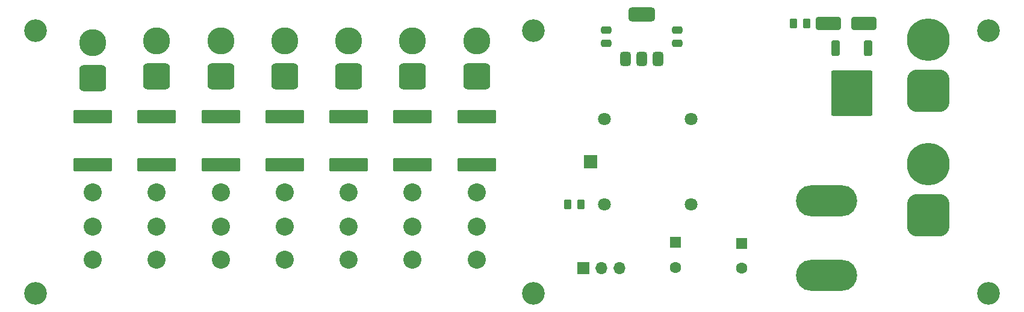
<source format=gbr>
%TF.GenerationSoftware,KiCad,Pcbnew,8.0.8*%
%TF.CreationDate,2025-02-10T21:05:06-08:00*%
%TF.ProjectId,Power_PCB,506f7765-725f-4504-9342-2e6b69636164,rev?*%
%TF.SameCoordinates,Original*%
%TF.FileFunction,Soldermask,Bot*%
%TF.FilePolarity,Negative*%
%FSLAX46Y46*%
G04 Gerber Fmt 4.6, Leading zero omitted, Abs format (unit mm)*
G04 Created by KiCad (PCBNEW 8.0.8) date 2025-02-10 21:05:06*
%MOMM*%
%LPD*%
G01*
G04 APERTURE LIST*
G04 Aperture macros list*
%AMRoundRect*
0 Rectangle with rounded corners*
0 $1 Rounding radius*
0 $2 $3 $4 $5 $6 $7 $8 $9 X,Y pos of 4 corners*
0 Add a 4 corners polygon primitive as box body*
4,1,4,$2,$3,$4,$5,$6,$7,$8,$9,$2,$3,0*
0 Add four circle primitives for the rounded corners*
1,1,$1+$1,$2,$3*
1,1,$1+$1,$4,$5*
1,1,$1+$1,$6,$7*
1,1,$1+$1,$8,$9*
0 Add four rect primitives between the rounded corners*
20,1,$1+$1,$2,$3,$4,$5,0*
20,1,$1+$1,$4,$5,$6,$7,0*
20,1,$1+$1,$6,$7,$8,$9,0*
20,1,$1+$1,$8,$9,$2,$3,0*%
G04 Aperture macros list end*
%ADD10C,1.600000*%
%ADD11R,1.600000X1.600000*%
%ADD12C,3.200000*%
%ADD13RoundRect,0.760000X1.140000X-1.140000X1.140000X1.140000X-1.140000X1.140000X-1.140000X-1.140000X0*%
%ADD14C,3.800000*%
%ADD15RoundRect,1.500000X1.500000X-1.500000X1.500000X1.500000X-1.500000X1.500000X-1.500000X-1.500000X0*%
%ADD16C,6.000000*%
%ADD17O,8.604000X4.404000*%
%ADD18C,2.540000*%
%ADD19R,1.905000X1.905000*%
%ADD20C,1.803400*%
%ADD21R,1.700000X1.700000*%
%ADD22O,1.700000X1.700000*%
%ADD23RoundRect,0.250000X2.475000X-0.712500X2.475000X0.712500X-2.475000X0.712500X-2.475000X-0.712500X0*%
%ADD24RoundRect,0.250000X0.475000X-0.250000X0.475000X0.250000X-0.475000X0.250000X-0.475000X-0.250000X0*%
%ADD25RoundRect,0.375000X0.375000X-0.625000X0.375000X0.625000X-0.375000X0.625000X-0.375000X-0.625000X0*%
%ADD26RoundRect,0.500000X1.400000X-0.500000X1.400000X0.500000X-1.400000X0.500000X-1.400000X-0.500000X0*%
%ADD27RoundRect,0.250000X0.262500X0.450000X-0.262500X0.450000X-0.262500X-0.450000X0.262500X-0.450000X0*%
%ADD28RoundRect,0.250000X1.500000X0.650000X-1.500000X0.650000X-1.500000X-0.650000X1.500000X-0.650000X0*%
%ADD29RoundRect,0.250000X-0.350000X0.850000X-0.350000X-0.850000X0.350000X-0.850000X0.350000X0.850000X0*%
%ADD30RoundRect,0.249997X-2.650003X2.950003X-2.650003X-2.950003X2.650003X-2.950003X2.650003X2.950003X0*%
G04 APERTURE END LIST*
D10*
%TO.C,C4*%
X131250000Y-75000000D03*
D11*
X131250000Y-71500000D03*
%TD*%
D10*
%TO.C,C3*%
X122000000Y-74847349D03*
D11*
X122000000Y-71347349D03*
%TD*%
D12*
%TO.C,H4*%
X102000000Y-41500000D03*
%TD*%
D13*
%TO.C,J7*%
X49000000Y-48000000D03*
D14*
X49000000Y-43000000D03*
%TD*%
D15*
%TO.C,J2*%
X157500000Y-67500000D03*
D16*
X157500000Y-60300000D03*
%TD*%
D17*
%TO.C,S1*%
X143250000Y-76000000D03*
X143250000Y-65500000D03*
%TD*%
D12*
%TO.C,H1*%
X166000000Y-41500000D03*
%TD*%
D18*
%TO.C,SW7*%
X85000000Y-64300000D03*
X85000000Y-69100000D03*
X85000000Y-73750000D03*
%TD*%
D15*
%TO.C,J1*%
X157500000Y-50000000D03*
D16*
X157500000Y-42800000D03*
%TD*%
D13*
%TO.C,J9*%
X58000000Y-48000000D03*
D14*
X58000000Y-43000000D03*
%TD*%
D18*
%TO.C,SW3*%
X94000000Y-64300000D03*
X94000000Y-69100000D03*
X94000000Y-73750000D03*
%TD*%
D12*
%TO.C,H3*%
X166000000Y-78500000D03*
%TD*%
%TO.C,H5*%
X32000000Y-41500000D03*
%TD*%
D18*
%TO.C,SW6*%
X58000000Y-64300000D03*
X58000000Y-69100000D03*
X58000000Y-73750000D03*
%TD*%
D12*
%TO.C,H2*%
X32000000Y-78500000D03*
%TD*%
%TO.C,H6*%
X102000000Y-78500000D03*
%TD*%
D13*
%TO.C,J8*%
X76000000Y-48000000D03*
D14*
X76000000Y-43000000D03*
%TD*%
D18*
%TO.C,SW4*%
X49000000Y-64300000D03*
X49000000Y-69100000D03*
X49000000Y-73750000D03*
%TD*%
D13*
%TO.C,J5*%
X67000000Y-48000000D03*
D14*
X67000000Y-43000000D03*
%TD*%
D19*
%TO.C,K1*%
X110000004Y-60000001D03*
D20*
X112000000Y-66000000D03*
X124199112Y-66000000D03*
X124199112Y-54000002D03*
X112000000Y-54000002D03*
%TD*%
D18*
%TO.C,SW2*%
X67000000Y-64300000D03*
X67000000Y-69100000D03*
X67000000Y-73750000D03*
%TD*%
D13*
%TO.C,J6*%
X94000000Y-48000000D03*
D14*
X94000000Y-43000000D03*
%TD*%
D13*
%TO.C,J4*%
X40000000Y-48250000D03*
D14*
X40000000Y-43250000D03*
%TD*%
D18*
%TO.C,SW5*%
X76000000Y-64300000D03*
X76000000Y-69100000D03*
X76000000Y-73750000D03*
%TD*%
D13*
%TO.C,J10*%
X85000000Y-48000000D03*
D14*
X85000000Y-43000000D03*
%TD*%
D18*
%TO.C,SW1*%
X40000000Y-64300000D03*
X40000000Y-69100000D03*
X40000000Y-73750000D03*
%TD*%
D21*
%TO.C,J3*%
X109000000Y-75000000D03*
D22*
X111540000Y-75000000D03*
X114080000Y-75000000D03*
%TD*%
D23*
%TO.C,F3*%
X67000000Y-60387500D03*
X67000000Y-53612500D03*
%TD*%
D24*
%TO.C,C2*%
X112200000Y-43300000D03*
X112200000Y-41400000D03*
%TD*%
D23*
%TO.C,F2*%
X94000000Y-60387500D03*
X94000000Y-53612500D03*
%TD*%
%TO.C,F4*%
X40000000Y-60387500D03*
X40000000Y-53612500D03*
%TD*%
%TO.C,F5*%
X49000000Y-60387500D03*
X49000000Y-53612500D03*
%TD*%
D25*
%TO.C,U1*%
X119500000Y-45500000D03*
X117200000Y-45500000D03*
X114900000Y-45500000D03*
D26*
X117200000Y-39200000D03*
%TD*%
D23*
%TO.C,F8*%
X58000000Y-60387500D03*
X58000000Y-53612500D03*
%TD*%
D27*
%TO.C,R13*%
X108662500Y-66000000D03*
X106837500Y-66000000D03*
%TD*%
%TO.C,R3*%
X140412500Y-40500000D03*
X138587500Y-40500000D03*
%TD*%
D28*
%TO.C,D3*%
X148500000Y-40500000D03*
X143500000Y-40500000D03*
%TD*%
D29*
%TO.C,Q1*%
X144500000Y-44000000D03*
D30*
X146780000Y-50300000D03*
D29*
X149060000Y-44000000D03*
%TD*%
D23*
%TO.C,F6*%
X76000000Y-60387500D03*
X76000000Y-53612500D03*
%TD*%
D24*
%TO.C,C1*%
X122200000Y-43300000D03*
X122200000Y-41400000D03*
%TD*%
D23*
%TO.C,F7*%
X85000000Y-60387500D03*
X85000000Y-53612500D03*
%TD*%
M02*

</source>
